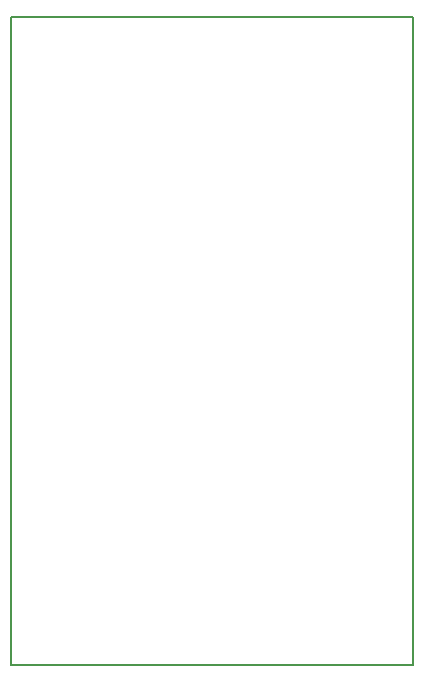
<source format=gbr>
%TF.GenerationSoftware,KiCad,Pcbnew,4.0.6*%
%TF.CreationDate,2017-05-25T21:52:32-03:00*%
%TF.ProjectId,np08,6E7030382E6B696361645F7063620000,rev?*%
%TF.FileFunction,Profile,NP*%
%FSLAX46Y46*%
G04 Gerber Fmt 4.6, Leading zero omitted, Abs format (unit mm)*
G04 Created by KiCad (PCBNEW 4.0.6) date Thu May 25 21:52:32 2017*
%MOMM*%
%LPD*%
G01*
G04 APERTURE LIST*
%ADD10C,0.100000*%
%ADD11C,0.150000*%
G04 APERTURE END LIST*
D10*
D11*
X175768000Y-145288000D02*
X175768000Y-90424000D01*
X141732000Y-145288000D02*
X175768000Y-145288000D01*
X141732000Y-90424000D02*
X141732000Y-145288000D01*
X175768000Y-90424000D02*
X141732000Y-90424000D01*
M02*

</source>
